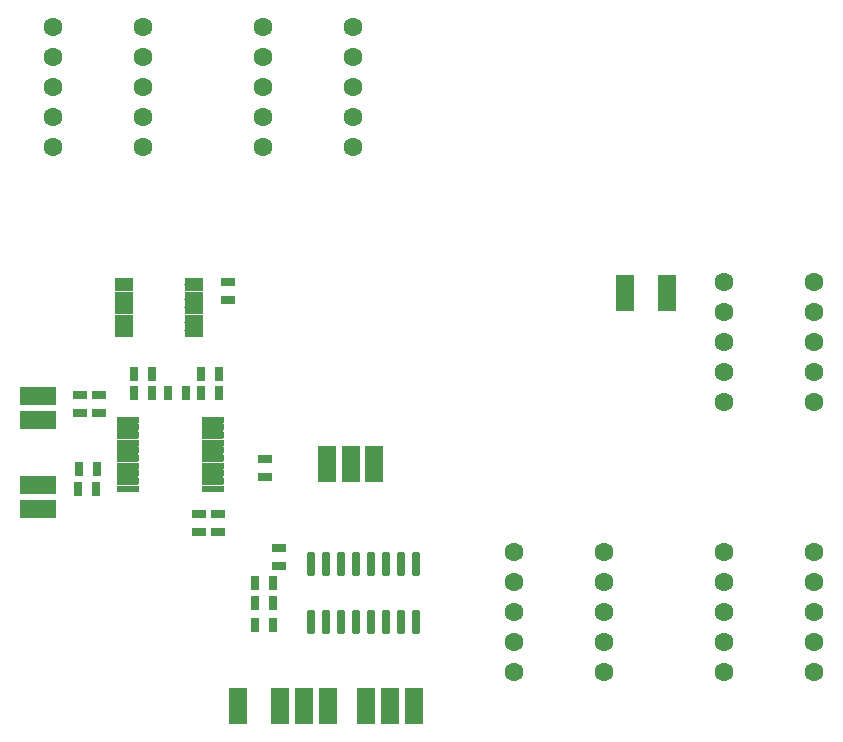
<source format=gbr>
G04 #@! TF.GenerationSoftware,KiCad,Pcbnew,6.0.4+dfsg-1+b1*
G04 #@! TF.CreationDate,2022-05-30T21:12:58+03:00*
G04 #@! TF.ProjectId,cps1_adapter,63707331-5f61-4646-9170-7465722e6b69,rev?*
G04 #@! TF.SameCoordinates,Original*
G04 #@! TF.FileFunction,Soldermask,Top*
G04 #@! TF.FilePolarity,Negative*
%FSLAX46Y46*%
G04 Gerber Fmt 4.6, Leading zero omitted, Abs format (unit mm)*
G04 Created by KiCad (PCBNEW 6.0.4+dfsg-1+b1) date 2022-05-30 21:12:58*
%MOMM*%
%LPD*%
G01*
G04 APERTURE LIST*
G04 Aperture macros list*
%AMRoundRect*
0 Rectangle with rounded corners*
0 $1 Rounding radius*
0 $2 $3 $4 $5 $6 $7 $8 $9 X,Y pos of 4 corners*
0 Add a 4 corners polygon primitive as box body*
4,1,4,$2,$3,$4,$5,$6,$7,$8,$9,$2,$3,0*
0 Add four circle primitives for the rounded corners*
1,1,$1+$1,$2,$3*
1,1,$1+$1,$4,$5*
1,1,$1+$1,$6,$7*
1,1,$1+$1,$8,$9*
0 Add four rect primitives between the rounded corners*
20,1,$1+$1,$2,$3,$4,$5,0*
20,1,$1+$1,$4,$5,$6,$7,0*
20,1,$1+$1,$6,$7,$8,$9,0*
20,1,$1+$1,$8,$9,$2,$3,0*%
G04 Aperture macros list end*
%ADD10RoundRect,0.050800X-0.750000X1.500000X-0.750000X-1.500000X0.750000X-1.500000X0.750000X1.500000X0*%
%ADD11RoundRect,0.050800X0.571500X-0.317500X0.571500X0.317500X-0.571500X0.317500X-0.571500X-0.317500X0*%
%ADD12RoundRect,0.050800X-0.317500X-0.571500X0.317500X-0.571500X0.317500X0.571500X-0.317500X0.571500X0*%
%ADD13RoundRect,0.050800X-0.571500X0.317500X-0.571500X-0.317500X0.571500X-0.317500X0.571500X0.317500X0*%
%ADD14RoundRect,0.050800X-0.875000X-0.225000X0.875000X-0.225000X0.875000X0.225000X-0.875000X0.225000X0*%
%ADD15C,1.601600*%
%ADD16RoundRect,0.050800X-1.500000X-0.750000X1.500000X-0.750000X1.500000X0.750000X-1.500000X0.750000X0*%
%ADD17RoundRect,0.050800X0.317500X0.571500X-0.317500X0.571500X-0.317500X-0.571500X0.317500X-0.571500X0*%
%ADD18RoundRect,0.050800X-0.750000X-0.225000X0.750000X-0.225000X0.750000X0.225000X-0.750000X0.225000X0*%
%ADD19RoundRect,0.050800X0.750000X-1.500000X0.750000X1.500000X-0.750000X1.500000X-0.750000X-1.500000X0*%
%ADD20RoundRect,0.200800X0.150000X-0.825000X0.150000X0.825000X-0.150000X0.825000X-0.150000X-0.825000X0*%
G04 APERTURE END LIST*
D10*
X91900000Y-58080000D03*
D11*
X47310000Y-68242000D03*
X47310000Y-66718000D03*
D12*
X55938000Y-66530000D03*
X57462000Y-66530000D03*
X53138000Y-66540000D03*
X54662000Y-66540000D03*
D13*
X55780000Y-76748000D03*
X55780000Y-78272000D03*
D14*
X49750000Y-68755000D03*
X49750000Y-69405000D03*
X49750000Y-70055000D03*
X49750000Y-70705000D03*
X49750000Y-71355000D03*
X49750000Y-72005000D03*
X49750000Y-72655000D03*
X49750000Y-73305000D03*
X49750000Y-73955000D03*
X49750000Y-74605000D03*
X56950000Y-74605000D03*
X56950000Y-73955000D03*
X56950000Y-73305000D03*
X56950000Y-72655000D03*
X56950000Y-72005000D03*
X56950000Y-71355000D03*
X56950000Y-70705000D03*
X56950000Y-70055000D03*
X56950000Y-69405000D03*
X56950000Y-68755000D03*
D15*
X82445000Y-80000000D03*
X82445000Y-82540000D03*
X82445000Y-85080000D03*
X82445000Y-87620000D03*
X82445000Y-90160000D03*
X90065000Y-90160000D03*
X90065000Y-87620000D03*
X90065000Y-85080000D03*
X90065000Y-82540000D03*
X90065000Y-80000000D03*
D16*
X42200000Y-66780000D03*
X42200000Y-76310000D03*
D11*
X61400000Y-73622000D03*
X61400000Y-72098000D03*
D16*
X42200000Y-68790000D03*
D15*
X100225000Y-80000000D03*
X100225000Y-82540000D03*
X100225000Y-85080000D03*
X100225000Y-87620000D03*
X100225000Y-90160000D03*
X107845000Y-90160000D03*
X107845000Y-87620000D03*
X107845000Y-85080000D03*
X107845000Y-82540000D03*
X107845000Y-80000000D03*
D17*
X51852000Y-64900000D03*
X50328000Y-64900000D03*
X47112000Y-74610000D03*
X45588000Y-74610000D03*
X47122000Y-72980000D03*
X45598000Y-72980000D03*
D13*
X57410000Y-76748000D03*
X57410000Y-78272000D03*
D12*
X55928000Y-64900000D03*
X57452000Y-64900000D03*
D17*
X51852000Y-66530000D03*
X50328000Y-66530000D03*
D13*
X45690000Y-66718000D03*
X45690000Y-68242000D03*
D15*
X100225000Y-57140000D03*
X100225000Y-59680000D03*
X100225000Y-62220000D03*
X100225000Y-64760000D03*
X100225000Y-67300000D03*
X107845000Y-67300000D03*
X107845000Y-64760000D03*
X107845000Y-62220000D03*
X107845000Y-59680000D03*
X107845000Y-57140000D03*
D18*
X49440000Y-57005000D03*
X49440000Y-57655000D03*
X49440000Y-58305000D03*
X49440000Y-58955000D03*
X49440000Y-59605000D03*
X49440000Y-60255000D03*
X49440000Y-60905000D03*
X49440000Y-61555000D03*
X55340000Y-61555000D03*
X55340000Y-60905000D03*
X55340000Y-60255000D03*
X55340000Y-59605000D03*
X55340000Y-58955000D03*
X55340000Y-58305000D03*
X55340000Y-57655000D03*
X55340000Y-57005000D03*
D16*
X42200000Y-74310000D03*
D19*
X69940000Y-93010000D03*
X74000000Y-93000000D03*
D13*
X58230000Y-57128000D03*
X58230000Y-58652000D03*
D15*
X43445000Y-35500000D03*
X43445000Y-38040000D03*
X43445000Y-40580000D03*
X43445000Y-43120000D03*
X43445000Y-45660000D03*
X51065000Y-45660000D03*
X51065000Y-43120000D03*
X51065000Y-40580000D03*
X51065000Y-38040000D03*
X51065000Y-35500000D03*
X61225000Y-35500000D03*
X61225000Y-38040000D03*
X61225000Y-40580000D03*
X61225000Y-43120000D03*
X61225000Y-45660000D03*
X68845000Y-45660000D03*
X68845000Y-43120000D03*
X68845000Y-40580000D03*
X68845000Y-38040000D03*
X68845000Y-35500000D03*
D10*
X95410000Y-58080000D03*
D19*
X62650000Y-93010000D03*
D10*
X70640000Y-72500000D03*
D12*
X60548000Y-82630000D03*
X62072000Y-82630000D03*
D19*
X66700000Y-93010000D03*
D17*
X62072000Y-84300000D03*
X60548000Y-84300000D03*
D10*
X68630000Y-72500000D03*
D19*
X71960000Y-93000000D03*
X64680000Y-93010000D03*
D17*
X62052000Y-86140000D03*
X60528000Y-86140000D03*
D13*
X62530000Y-79658000D03*
X62530000Y-81182000D03*
D20*
X65255000Y-85895000D03*
X66525000Y-85895000D03*
X67795000Y-85895000D03*
X69065000Y-85895000D03*
X70335000Y-85895000D03*
X71605000Y-85895000D03*
X72875000Y-85895000D03*
X74145000Y-85895000D03*
X74145000Y-80945000D03*
X72875000Y-80945000D03*
X71605000Y-80945000D03*
X70335000Y-80945000D03*
X69065000Y-80945000D03*
X67795000Y-80945000D03*
X66525000Y-80945000D03*
X65255000Y-80945000D03*
D10*
X66620000Y-72510000D03*
D19*
X59130000Y-93010000D03*
G36*
X56041283Y-74214988D02*
G01*
X56056339Y-74225048D01*
X56075199Y-74228800D01*
X57824801Y-74228800D01*
X57843661Y-74225048D01*
X57858567Y-74215089D01*
X57860563Y-74214958D01*
X57861674Y-74216621D01*
X57861587Y-74217350D01*
X57842662Y-74277789D01*
X57861747Y-74342786D01*
X57861275Y-74344729D01*
X57859356Y-74345293D01*
X57858717Y-74345012D01*
X57843661Y-74334952D01*
X57824801Y-74331200D01*
X56075199Y-74331200D01*
X56056339Y-74334952D01*
X56041433Y-74344911D01*
X56039437Y-74345042D01*
X56038326Y-74343379D01*
X56038413Y-74342650D01*
X56057338Y-74282211D01*
X56038253Y-74217214D01*
X56038725Y-74215271D01*
X56040644Y-74214707D01*
X56041283Y-74214988D01*
G37*
G36*
X48841283Y-74214988D02*
G01*
X48856339Y-74225048D01*
X48875199Y-74228800D01*
X50624801Y-74228800D01*
X50643661Y-74225048D01*
X50658567Y-74215089D01*
X50660563Y-74214958D01*
X50661674Y-74216621D01*
X50661587Y-74217350D01*
X50642662Y-74277789D01*
X50661747Y-74342786D01*
X50661275Y-74344729D01*
X50659356Y-74345293D01*
X50658717Y-74345012D01*
X50643661Y-74334952D01*
X50624801Y-74331200D01*
X48875199Y-74331200D01*
X48856339Y-74334952D01*
X48841433Y-74344911D01*
X48839437Y-74345042D01*
X48838326Y-74343379D01*
X48838413Y-74342650D01*
X48857338Y-74282211D01*
X48838253Y-74217214D01*
X48838725Y-74215271D01*
X48840644Y-74214707D01*
X48841283Y-74214988D01*
G37*
G36*
X56041283Y-73564988D02*
G01*
X56056339Y-73575048D01*
X56075199Y-73578800D01*
X57824801Y-73578800D01*
X57843661Y-73575048D01*
X57858567Y-73565089D01*
X57860563Y-73564958D01*
X57861674Y-73566621D01*
X57861587Y-73567350D01*
X57842662Y-73627789D01*
X57861747Y-73692786D01*
X57861275Y-73694729D01*
X57859356Y-73695293D01*
X57858717Y-73695012D01*
X57843661Y-73684952D01*
X57824801Y-73681200D01*
X56075199Y-73681200D01*
X56056339Y-73684952D01*
X56041433Y-73694911D01*
X56039437Y-73695042D01*
X56038326Y-73693379D01*
X56038413Y-73692650D01*
X56057338Y-73632211D01*
X56038253Y-73567214D01*
X56038725Y-73565271D01*
X56040644Y-73564707D01*
X56041283Y-73564988D01*
G37*
G36*
X48841283Y-73564988D02*
G01*
X48856339Y-73575048D01*
X48875199Y-73578800D01*
X50624801Y-73578800D01*
X50643661Y-73575048D01*
X50658567Y-73565089D01*
X50660563Y-73564958D01*
X50661674Y-73566621D01*
X50661587Y-73567350D01*
X50642662Y-73627789D01*
X50661747Y-73692786D01*
X50661275Y-73694729D01*
X50659356Y-73695293D01*
X50658717Y-73695012D01*
X50643661Y-73684952D01*
X50624801Y-73681200D01*
X48875199Y-73681200D01*
X48856339Y-73684952D01*
X48841433Y-73694911D01*
X48839437Y-73695042D01*
X48838326Y-73693379D01*
X48838413Y-73692650D01*
X48857338Y-73632211D01*
X48838253Y-73567214D01*
X48838725Y-73565271D01*
X48840644Y-73564707D01*
X48841283Y-73564988D01*
G37*
G36*
X56041283Y-72914988D02*
G01*
X56056339Y-72925048D01*
X56075199Y-72928800D01*
X57824801Y-72928800D01*
X57843661Y-72925048D01*
X57858567Y-72915089D01*
X57860563Y-72914958D01*
X57861674Y-72916621D01*
X57861587Y-72917350D01*
X57842662Y-72977789D01*
X57861747Y-73042786D01*
X57861275Y-73044729D01*
X57859356Y-73045293D01*
X57858717Y-73045012D01*
X57843661Y-73034952D01*
X57824801Y-73031200D01*
X56075199Y-73031200D01*
X56056339Y-73034952D01*
X56041433Y-73044911D01*
X56039437Y-73045042D01*
X56038326Y-73043379D01*
X56038413Y-73042650D01*
X56057338Y-72982211D01*
X56038253Y-72917214D01*
X56038725Y-72915271D01*
X56040644Y-72914707D01*
X56041283Y-72914988D01*
G37*
G36*
X48841283Y-72914988D02*
G01*
X48856339Y-72925048D01*
X48875199Y-72928800D01*
X50624801Y-72928800D01*
X50643661Y-72925048D01*
X50658567Y-72915089D01*
X50660563Y-72914958D01*
X50661674Y-72916621D01*
X50661587Y-72917350D01*
X50642662Y-72977789D01*
X50661747Y-73042786D01*
X50661275Y-73044729D01*
X50659356Y-73045293D01*
X50658717Y-73045012D01*
X50643661Y-73034952D01*
X50624801Y-73031200D01*
X48875199Y-73031200D01*
X48856339Y-73034952D01*
X48841433Y-73044911D01*
X48839437Y-73045042D01*
X48838326Y-73043379D01*
X48838413Y-73042650D01*
X48857338Y-72982211D01*
X48838253Y-72917214D01*
X48838725Y-72915271D01*
X48840644Y-72914707D01*
X48841283Y-72914988D01*
G37*
G36*
X56041283Y-72264988D02*
G01*
X56056339Y-72275048D01*
X56075199Y-72278800D01*
X57824801Y-72278800D01*
X57843661Y-72275048D01*
X57858567Y-72265089D01*
X57860563Y-72264958D01*
X57861674Y-72266621D01*
X57861587Y-72267350D01*
X57842662Y-72327789D01*
X57861747Y-72392786D01*
X57861275Y-72394729D01*
X57859356Y-72395293D01*
X57858717Y-72395012D01*
X57843661Y-72384952D01*
X57824801Y-72381200D01*
X56075199Y-72381200D01*
X56056339Y-72384952D01*
X56041433Y-72394911D01*
X56039437Y-72395042D01*
X56038326Y-72393379D01*
X56038413Y-72392650D01*
X56057338Y-72332211D01*
X56038253Y-72267214D01*
X56038725Y-72265271D01*
X56040644Y-72264707D01*
X56041283Y-72264988D01*
G37*
G36*
X48841283Y-72264988D02*
G01*
X48856339Y-72275048D01*
X48875199Y-72278800D01*
X50624801Y-72278800D01*
X50643661Y-72275048D01*
X50658567Y-72265089D01*
X50660563Y-72264958D01*
X50661674Y-72266621D01*
X50661587Y-72267350D01*
X50642662Y-72327789D01*
X50661747Y-72392786D01*
X50661275Y-72394729D01*
X50659356Y-72395293D01*
X50658717Y-72395012D01*
X50643661Y-72384952D01*
X50624801Y-72381200D01*
X48875199Y-72381200D01*
X48856339Y-72384952D01*
X48841433Y-72394911D01*
X48839437Y-72395042D01*
X48838326Y-72393379D01*
X48838413Y-72392650D01*
X48857338Y-72332211D01*
X48838253Y-72267214D01*
X48838725Y-72265271D01*
X48840644Y-72264707D01*
X48841283Y-72264988D01*
G37*
G36*
X56041283Y-71614988D02*
G01*
X56056339Y-71625048D01*
X56075199Y-71628800D01*
X57824801Y-71628800D01*
X57843661Y-71625048D01*
X57858567Y-71615089D01*
X57860563Y-71614958D01*
X57861674Y-71616621D01*
X57861587Y-71617350D01*
X57842662Y-71677789D01*
X57861747Y-71742786D01*
X57861275Y-71744729D01*
X57859356Y-71745293D01*
X57858717Y-71745012D01*
X57843661Y-71734952D01*
X57824801Y-71731200D01*
X56075199Y-71731200D01*
X56056339Y-71734952D01*
X56041433Y-71744911D01*
X56039437Y-71745042D01*
X56038326Y-71743379D01*
X56038413Y-71742650D01*
X56057338Y-71682211D01*
X56038253Y-71617214D01*
X56038725Y-71615271D01*
X56040644Y-71614707D01*
X56041283Y-71614988D01*
G37*
G36*
X48841283Y-71614988D02*
G01*
X48856339Y-71625048D01*
X48875199Y-71628800D01*
X50624801Y-71628800D01*
X50643661Y-71625048D01*
X50658567Y-71615089D01*
X50660563Y-71614958D01*
X50661674Y-71616621D01*
X50661587Y-71617350D01*
X50642662Y-71677789D01*
X50661747Y-71742786D01*
X50661275Y-71744729D01*
X50659356Y-71745293D01*
X50658717Y-71745012D01*
X50643661Y-71734952D01*
X50624801Y-71731200D01*
X48875199Y-71731200D01*
X48856339Y-71734952D01*
X48841433Y-71744911D01*
X48839437Y-71745042D01*
X48838326Y-71743379D01*
X48838413Y-71742650D01*
X48857338Y-71682211D01*
X48838253Y-71617214D01*
X48838725Y-71615271D01*
X48840644Y-71614707D01*
X48841283Y-71614988D01*
G37*
G36*
X56041283Y-70964988D02*
G01*
X56056339Y-70975048D01*
X56075199Y-70978800D01*
X57824801Y-70978800D01*
X57843661Y-70975048D01*
X57858567Y-70965089D01*
X57860563Y-70964958D01*
X57861674Y-70966621D01*
X57861587Y-70967350D01*
X57842662Y-71027789D01*
X57861747Y-71092786D01*
X57861275Y-71094729D01*
X57859356Y-71095293D01*
X57858717Y-71095012D01*
X57843661Y-71084952D01*
X57824801Y-71081200D01*
X56075199Y-71081200D01*
X56056339Y-71084952D01*
X56041433Y-71094911D01*
X56039437Y-71095042D01*
X56038326Y-71093379D01*
X56038413Y-71092650D01*
X56057338Y-71032211D01*
X56038253Y-70967214D01*
X56038725Y-70965271D01*
X56040644Y-70964707D01*
X56041283Y-70964988D01*
G37*
G36*
X48841283Y-70964988D02*
G01*
X48856339Y-70975048D01*
X48875199Y-70978800D01*
X50624801Y-70978800D01*
X50643661Y-70975048D01*
X50658567Y-70965089D01*
X50660563Y-70964958D01*
X50661674Y-70966621D01*
X50661587Y-70967350D01*
X50642662Y-71027789D01*
X50661747Y-71092786D01*
X50661275Y-71094729D01*
X50659356Y-71095293D01*
X50658717Y-71095012D01*
X50643661Y-71084952D01*
X50624801Y-71081200D01*
X48875199Y-71081200D01*
X48856339Y-71084952D01*
X48841433Y-71094911D01*
X48839437Y-71095042D01*
X48838326Y-71093379D01*
X48838413Y-71092650D01*
X48857338Y-71032211D01*
X48838253Y-70967214D01*
X48838725Y-70965271D01*
X48840644Y-70964707D01*
X48841283Y-70964988D01*
G37*
G36*
X56041283Y-70314988D02*
G01*
X56056339Y-70325048D01*
X56075199Y-70328800D01*
X57824801Y-70328800D01*
X57843661Y-70325048D01*
X57858567Y-70315089D01*
X57860563Y-70314958D01*
X57861674Y-70316621D01*
X57861587Y-70317350D01*
X57842662Y-70377789D01*
X57861747Y-70442786D01*
X57861275Y-70444729D01*
X57859356Y-70445293D01*
X57858717Y-70445012D01*
X57843661Y-70434952D01*
X57824801Y-70431200D01*
X56075199Y-70431200D01*
X56056339Y-70434952D01*
X56041433Y-70444911D01*
X56039437Y-70445042D01*
X56038326Y-70443379D01*
X56038413Y-70442650D01*
X56057338Y-70382211D01*
X56038253Y-70317214D01*
X56038725Y-70315271D01*
X56040644Y-70314707D01*
X56041283Y-70314988D01*
G37*
G36*
X48841283Y-70314988D02*
G01*
X48856339Y-70325048D01*
X48875199Y-70328800D01*
X50624801Y-70328800D01*
X50643661Y-70325048D01*
X50658567Y-70315089D01*
X50660563Y-70314958D01*
X50661674Y-70316621D01*
X50661587Y-70317350D01*
X50642662Y-70377789D01*
X50661747Y-70442786D01*
X50661275Y-70444729D01*
X50659356Y-70445293D01*
X50658717Y-70445012D01*
X50643661Y-70434952D01*
X50624801Y-70431200D01*
X48875199Y-70431200D01*
X48856339Y-70434952D01*
X48841433Y-70444911D01*
X48839437Y-70445042D01*
X48838326Y-70443379D01*
X48838413Y-70442650D01*
X48857338Y-70382211D01*
X48838253Y-70317214D01*
X48838725Y-70315271D01*
X48840644Y-70314707D01*
X48841283Y-70314988D01*
G37*
G36*
X56041283Y-69664988D02*
G01*
X56056339Y-69675048D01*
X56075199Y-69678800D01*
X57824801Y-69678800D01*
X57843661Y-69675048D01*
X57858567Y-69665089D01*
X57860563Y-69664958D01*
X57861674Y-69666621D01*
X57861587Y-69667350D01*
X57842662Y-69727789D01*
X57861747Y-69792786D01*
X57861275Y-69794729D01*
X57859356Y-69795293D01*
X57858717Y-69795012D01*
X57843661Y-69784952D01*
X57824801Y-69781200D01*
X56075199Y-69781200D01*
X56056339Y-69784952D01*
X56041433Y-69794911D01*
X56039437Y-69795042D01*
X56038326Y-69793379D01*
X56038413Y-69792650D01*
X56057338Y-69732211D01*
X56038253Y-69667214D01*
X56038725Y-69665271D01*
X56040644Y-69664707D01*
X56041283Y-69664988D01*
G37*
G36*
X48841283Y-69664988D02*
G01*
X48856339Y-69675048D01*
X48875199Y-69678800D01*
X50624801Y-69678800D01*
X50643661Y-69675048D01*
X50658567Y-69665089D01*
X50660563Y-69664958D01*
X50661674Y-69666621D01*
X50661587Y-69667350D01*
X50642662Y-69727789D01*
X50661747Y-69792786D01*
X50661275Y-69794729D01*
X50659356Y-69795293D01*
X50658717Y-69795012D01*
X50643661Y-69784952D01*
X50624801Y-69781200D01*
X48875199Y-69781200D01*
X48856339Y-69784952D01*
X48841433Y-69794911D01*
X48839437Y-69795042D01*
X48838326Y-69793379D01*
X48838413Y-69792650D01*
X48857338Y-69732211D01*
X48838253Y-69667214D01*
X48838725Y-69665271D01*
X48840644Y-69664707D01*
X48841283Y-69664988D01*
G37*
G36*
X56041283Y-69014988D02*
G01*
X56056339Y-69025048D01*
X56075199Y-69028800D01*
X57824801Y-69028800D01*
X57843661Y-69025048D01*
X57858567Y-69015089D01*
X57860563Y-69014958D01*
X57861674Y-69016621D01*
X57861587Y-69017350D01*
X57842662Y-69077789D01*
X57861747Y-69142786D01*
X57861275Y-69144729D01*
X57859356Y-69145293D01*
X57858717Y-69145012D01*
X57843661Y-69134952D01*
X57824801Y-69131200D01*
X56075199Y-69131200D01*
X56056339Y-69134952D01*
X56041433Y-69144911D01*
X56039437Y-69145042D01*
X56038326Y-69143379D01*
X56038413Y-69142650D01*
X56057338Y-69082211D01*
X56038253Y-69017214D01*
X56038725Y-69015271D01*
X56040644Y-69014707D01*
X56041283Y-69014988D01*
G37*
G36*
X48841283Y-69014988D02*
G01*
X48856339Y-69025048D01*
X48875199Y-69028800D01*
X50624801Y-69028800D01*
X50643661Y-69025048D01*
X50658567Y-69015089D01*
X50660563Y-69014958D01*
X50661674Y-69016621D01*
X50661587Y-69017350D01*
X50642662Y-69077789D01*
X50661747Y-69142786D01*
X50661275Y-69144729D01*
X50659356Y-69145293D01*
X50658717Y-69145012D01*
X50643661Y-69134952D01*
X50624801Y-69131200D01*
X48875199Y-69131200D01*
X48856339Y-69134952D01*
X48841433Y-69144911D01*
X48839437Y-69145042D01*
X48838326Y-69143379D01*
X48838413Y-69142650D01*
X48857338Y-69082211D01*
X48838253Y-69017214D01*
X48838725Y-69015271D01*
X48840644Y-69014707D01*
X48841283Y-69014988D01*
G37*
G36*
X48656283Y-61164988D02*
G01*
X48671339Y-61175048D01*
X48690199Y-61178800D01*
X50189801Y-61178800D01*
X50208661Y-61175048D01*
X50223567Y-61165089D01*
X50225563Y-61164958D01*
X50226674Y-61166621D01*
X50226587Y-61167350D01*
X50207662Y-61227789D01*
X50226747Y-61292786D01*
X50226275Y-61294729D01*
X50224356Y-61295293D01*
X50223717Y-61295012D01*
X50208661Y-61284952D01*
X50189801Y-61281200D01*
X48690199Y-61281200D01*
X48671339Y-61284952D01*
X48656433Y-61294911D01*
X48654437Y-61295042D01*
X48653326Y-61293379D01*
X48653413Y-61292650D01*
X48672338Y-61232211D01*
X48653253Y-61167214D01*
X48653725Y-61165271D01*
X48655644Y-61164707D01*
X48656283Y-61164988D01*
G37*
G36*
X54556283Y-61164988D02*
G01*
X54571339Y-61175048D01*
X54590199Y-61178800D01*
X56089801Y-61178800D01*
X56108661Y-61175048D01*
X56123567Y-61165089D01*
X56125563Y-61164958D01*
X56126674Y-61166621D01*
X56126587Y-61167350D01*
X56107662Y-61227789D01*
X56126747Y-61292786D01*
X56126275Y-61294729D01*
X56124356Y-61295293D01*
X56123717Y-61295012D01*
X56108661Y-61284952D01*
X56089801Y-61281200D01*
X54590199Y-61281200D01*
X54571339Y-61284952D01*
X54556433Y-61294911D01*
X54554437Y-61295042D01*
X54553326Y-61293379D01*
X54553413Y-61292650D01*
X54572338Y-61232211D01*
X54553253Y-61167214D01*
X54553725Y-61165271D01*
X54555644Y-61164707D01*
X54556283Y-61164988D01*
G37*
G36*
X54556283Y-60514988D02*
G01*
X54571339Y-60525048D01*
X54590199Y-60528800D01*
X56089801Y-60528800D01*
X56108661Y-60525048D01*
X56123567Y-60515089D01*
X56125563Y-60514958D01*
X56126674Y-60516621D01*
X56126587Y-60517350D01*
X56107662Y-60577789D01*
X56126747Y-60642786D01*
X56126275Y-60644729D01*
X56124356Y-60645293D01*
X56123717Y-60645012D01*
X56108661Y-60634952D01*
X56089801Y-60631200D01*
X54590199Y-60631200D01*
X54571339Y-60634952D01*
X54556433Y-60644911D01*
X54554437Y-60645042D01*
X54553326Y-60643379D01*
X54553413Y-60642650D01*
X54572338Y-60582211D01*
X54553253Y-60517214D01*
X54553725Y-60515271D01*
X54555644Y-60514707D01*
X54556283Y-60514988D01*
G37*
G36*
X48656283Y-60514988D02*
G01*
X48671339Y-60525048D01*
X48690199Y-60528800D01*
X50189801Y-60528800D01*
X50208661Y-60525048D01*
X50223567Y-60515089D01*
X50225563Y-60514958D01*
X50226674Y-60516621D01*
X50226587Y-60517350D01*
X50207662Y-60577789D01*
X50226747Y-60642786D01*
X50226275Y-60644729D01*
X50224356Y-60645293D01*
X50223717Y-60645012D01*
X50208661Y-60634952D01*
X50189801Y-60631200D01*
X48690199Y-60631200D01*
X48671339Y-60634952D01*
X48656433Y-60644911D01*
X48654437Y-60645042D01*
X48653326Y-60643379D01*
X48653413Y-60642650D01*
X48672338Y-60582211D01*
X48653253Y-60517214D01*
X48653725Y-60515271D01*
X48655644Y-60514707D01*
X48656283Y-60514988D01*
G37*
G36*
X54556283Y-59864988D02*
G01*
X54571339Y-59875048D01*
X54590199Y-59878800D01*
X56089801Y-59878800D01*
X56108661Y-59875048D01*
X56123567Y-59865089D01*
X56125563Y-59864958D01*
X56126674Y-59866621D01*
X56126587Y-59867350D01*
X56107662Y-59927789D01*
X56126747Y-59992786D01*
X56126275Y-59994729D01*
X56124356Y-59995293D01*
X56123717Y-59995012D01*
X56108661Y-59984952D01*
X56089801Y-59981200D01*
X54590199Y-59981200D01*
X54571339Y-59984952D01*
X54556433Y-59994911D01*
X54554437Y-59995042D01*
X54553326Y-59993379D01*
X54553413Y-59992650D01*
X54572338Y-59932211D01*
X54553253Y-59867214D01*
X54553725Y-59865271D01*
X54555644Y-59864707D01*
X54556283Y-59864988D01*
G37*
G36*
X48656283Y-59864988D02*
G01*
X48671339Y-59875048D01*
X48690199Y-59878800D01*
X50189801Y-59878800D01*
X50208661Y-59875048D01*
X50223567Y-59865089D01*
X50225563Y-59864958D01*
X50226674Y-59866621D01*
X50226587Y-59867350D01*
X50207662Y-59927789D01*
X50226747Y-59992786D01*
X50226275Y-59994729D01*
X50224356Y-59995293D01*
X50223717Y-59995012D01*
X50208661Y-59984952D01*
X50189801Y-59981200D01*
X48690199Y-59981200D01*
X48671339Y-59984952D01*
X48656433Y-59994911D01*
X48654437Y-59995042D01*
X48653326Y-59993379D01*
X48653413Y-59992650D01*
X48672338Y-59932211D01*
X48653253Y-59867214D01*
X48653725Y-59865271D01*
X48655644Y-59864707D01*
X48656283Y-59864988D01*
G37*
G36*
X48656283Y-59214988D02*
G01*
X48671339Y-59225048D01*
X48690199Y-59228800D01*
X50189801Y-59228800D01*
X50208661Y-59225048D01*
X50223567Y-59215089D01*
X50225563Y-59214958D01*
X50226674Y-59216621D01*
X50226587Y-59217350D01*
X50207662Y-59277789D01*
X50226747Y-59342786D01*
X50226275Y-59344729D01*
X50224356Y-59345293D01*
X50223717Y-59345012D01*
X50208661Y-59334952D01*
X50189801Y-59331200D01*
X48690199Y-59331200D01*
X48671339Y-59334952D01*
X48656433Y-59344911D01*
X48654437Y-59345042D01*
X48653326Y-59343379D01*
X48653413Y-59342650D01*
X48672338Y-59282211D01*
X48653253Y-59217214D01*
X48653725Y-59215271D01*
X48655644Y-59214707D01*
X48656283Y-59214988D01*
G37*
G36*
X54556283Y-59214988D02*
G01*
X54571339Y-59225048D01*
X54590199Y-59228800D01*
X56089801Y-59228800D01*
X56108661Y-59225048D01*
X56123567Y-59215089D01*
X56125563Y-59214958D01*
X56126674Y-59216621D01*
X56126587Y-59217350D01*
X56107662Y-59277789D01*
X56126747Y-59342786D01*
X56126275Y-59344729D01*
X56124356Y-59345293D01*
X56123717Y-59345012D01*
X56108661Y-59334952D01*
X56089801Y-59331200D01*
X54590199Y-59331200D01*
X54571339Y-59334952D01*
X54556433Y-59344911D01*
X54554437Y-59345042D01*
X54553326Y-59343379D01*
X54553413Y-59342650D01*
X54572338Y-59282211D01*
X54553253Y-59217214D01*
X54553725Y-59215271D01*
X54555644Y-59214707D01*
X54556283Y-59214988D01*
G37*
G36*
X54556283Y-58564988D02*
G01*
X54571339Y-58575048D01*
X54590199Y-58578800D01*
X56089801Y-58578800D01*
X56108661Y-58575048D01*
X56123567Y-58565089D01*
X56125563Y-58564958D01*
X56126674Y-58566621D01*
X56126587Y-58567350D01*
X56107662Y-58627789D01*
X56126747Y-58692786D01*
X56126275Y-58694729D01*
X56124356Y-58695293D01*
X56123717Y-58695012D01*
X56108661Y-58684952D01*
X56089801Y-58681200D01*
X54590199Y-58681200D01*
X54571339Y-58684952D01*
X54556433Y-58694911D01*
X54554437Y-58695042D01*
X54553326Y-58693379D01*
X54553413Y-58692650D01*
X54572338Y-58632211D01*
X54553253Y-58567214D01*
X54553725Y-58565271D01*
X54555644Y-58564707D01*
X54556283Y-58564988D01*
G37*
G36*
X48656283Y-58564988D02*
G01*
X48671339Y-58575048D01*
X48690199Y-58578800D01*
X50189801Y-58578800D01*
X50208661Y-58575048D01*
X50223567Y-58565089D01*
X50225563Y-58564958D01*
X50226674Y-58566621D01*
X50226587Y-58567350D01*
X50207662Y-58627789D01*
X50226747Y-58692786D01*
X50226275Y-58694729D01*
X50224356Y-58695293D01*
X50223717Y-58695012D01*
X50208661Y-58684952D01*
X50189801Y-58681200D01*
X48690199Y-58681200D01*
X48671339Y-58684952D01*
X48656433Y-58694911D01*
X48654437Y-58695042D01*
X48653326Y-58693379D01*
X48653413Y-58692650D01*
X48672338Y-58632211D01*
X48653253Y-58567214D01*
X48653725Y-58565271D01*
X48655644Y-58564707D01*
X48656283Y-58564988D01*
G37*
G36*
X54556283Y-57914988D02*
G01*
X54571339Y-57925048D01*
X54590199Y-57928800D01*
X56089801Y-57928800D01*
X56108661Y-57925048D01*
X56123567Y-57915089D01*
X56125563Y-57914958D01*
X56126674Y-57916621D01*
X56126587Y-57917350D01*
X56107662Y-57977789D01*
X56126747Y-58042786D01*
X56126275Y-58044729D01*
X56124356Y-58045293D01*
X56123717Y-58045012D01*
X56108661Y-58034952D01*
X56089801Y-58031200D01*
X54590199Y-58031200D01*
X54571339Y-58034952D01*
X54556433Y-58044911D01*
X54554437Y-58045042D01*
X54553326Y-58043379D01*
X54553413Y-58042650D01*
X54572338Y-57982211D01*
X54553253Y-57917214D01*
X54553725Y-57915271D01*
X54555644Y-57914707D01*
X54556283Y-57914988D01*
G37*
G36*
X48656283Y-57914988D02*
G01*
X48671339Y-57925048D01*
X48690199Y-57928800D01*
X50189801Y-57928800D01*
X50208661Y-57925048D01*
X50223567Y-57915089D01*
X50225563Y-57914958D01*
X50226674Y-57916621D01*
X50226587Y-57917350D01*
X50207662Y-57977789D01*
X50226747Y-58042786D01*
X50226275Y-58044729D01*
X50224356Y-58045293D01*
X50223717Y-58045012D01*
X50208661Y-58034952D01*
X50189801Y-58031200D01*
X48690199Y-58031200D01*
X48671339Y-58034952D01*
X48656433Y-58044911D01*
X48654437Y-58045042D01*
X48653326Y-58043379D01*
X48653413Y-58042650D01*
X48672338Y-57982211D01*
X48653253Y-57917214D01*
X48653725Y-57915271D01*
X48655644Y-57914707D01*
X48656283Y-57914988D01*
G37*
G36*
X54556283Y-57264988D02*
G01*
X54571339Y-57275048D01*
X54590199Y-57278800D01*
X56089801Y-57278800D01*
X56108661Y-57275048D01*
X56123567Y-57265089D01*
X56125563Y-57264958D01*
X56126674Y-57266621D01*
X56126587Y-57267350D01*
X56107662Y-57327789D01*
X56126747Y-57392786D01*
X56126275Y-57394729D01*
X56124356Y-57395293D01*
X56123717Y-57395012D01*
X56108661Y-57384952D01*
X56089801Y-57381200D01*
X54590199Y-57381200D01*
X54571339Y-57384952D01*
X54556433Y-57394911D01*
X54554437Y-57395042D01*
X54553326Y-57393379D01*
X54553413Y-57392650D01*
X54572338Y-57332211D01*
X54553253Y-57267214D01*
X54553725Y-57265271D01*
X54555644Y-57264707D01*
X54556283Y-57264988D01*
G37*
G36*
X48656283Y-57264988D02*
G01*
X48671339Y-57275048D01*
X48690199Y-57278800D01*
X50189801Y-57278800D01*
X50208661Y-57275048D01*
X50223567Y-57265089D01*
X50225563Y-57264958D01*
X50226674Y-57266621D01*
X50226587Y-57267350D01*
X50207662Y-57327789D01*
X50226747Y-57392786D01*
X50226275Y-57394729D01*
X50224356Y-57395293D01*
X50223717Y-57395012D01*
X50208661Y-57384952D01*
X50189801Y-57381200D01*
X48690199Y-57381200D01*
X48671339Y-57384952D01*
X48656433Y-57394911D01*
X48654437Y-57395042D01*
X48653326Y-57393379D01*
X48653413Y-57392650D01*
X48672338Y-57332211D01*
X48653253Y-57267214D01*
X48653725Y-57265271D01*
X48655644Y-57264707D01*
X48656283Y-57264988D01*
G37*
M02*

</source>
